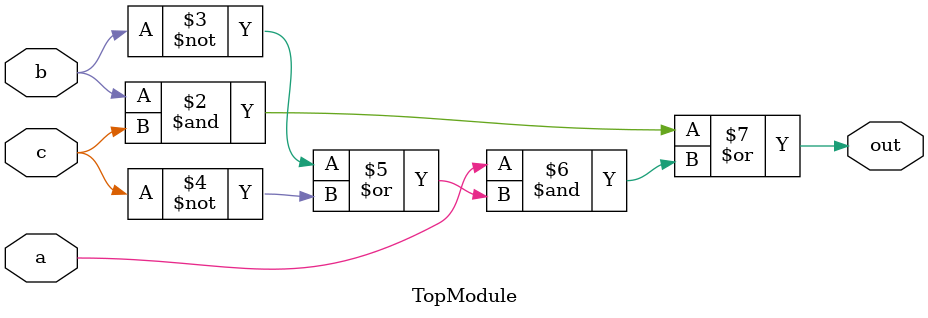
<source format=sv>
module TopModule (
    input logic a,
    input logic b,
    input logic c,
    output logic out
);

    // Combinational logic derived from the Karnaugh map
    always @(*) begin
        out = (b & c) | (a & (~b | ~c));
    end

endmodule
</source>
